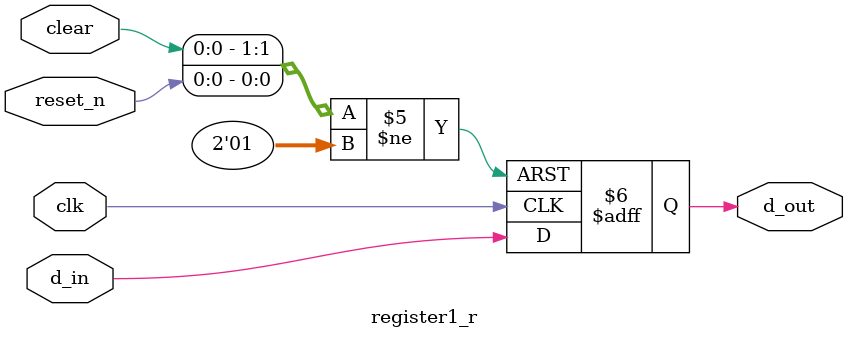
<source format=v>
module register1_r(clk, reset_n,clear, d_in, d_out); //[LAB05]Asynchronous resettable d ff
	input clk, reset_n,clear; // reset active low
	input d_in;
	output reg d_out;
	
	always@(posedge clk or negedge reset_n or posedge clear)
	begin
		if(reset_n == 0)		d_out <= 1'b0;
		else if(clear == 1)	d_out <= 1'b0;
		else						d_out <= d_in;
	end
endmodule
</source>
